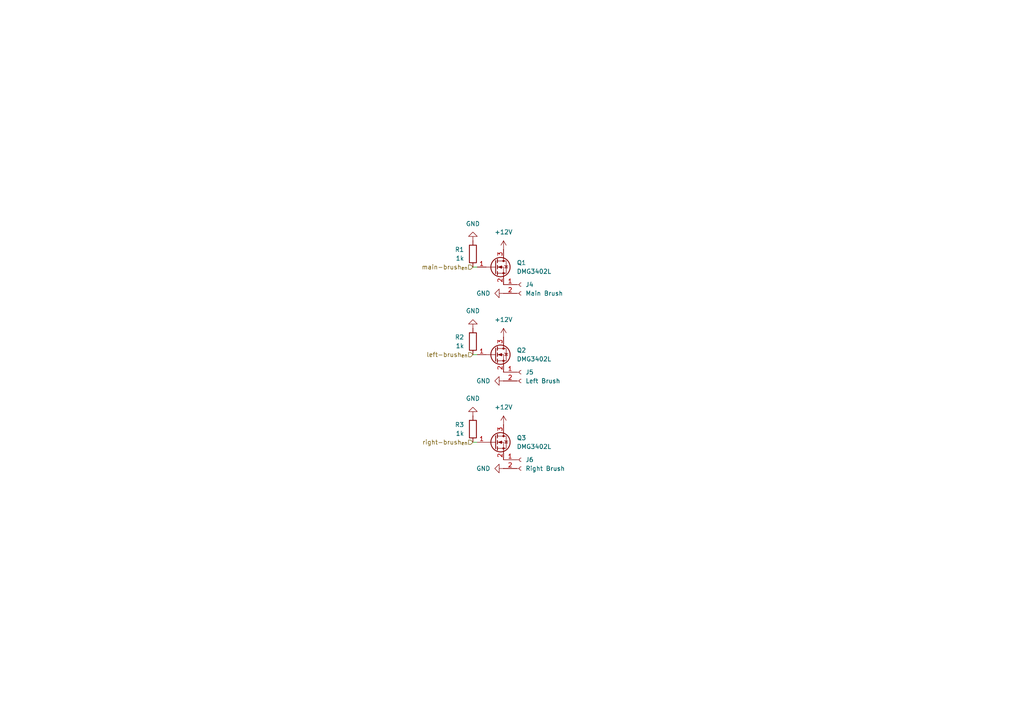
<source format=kicad_sch>
(kicad_sch (version 20231120) (generator "eeschema") (generator_version "8.0")
  (paper "A4")
  (title_block (title "DRV8212P Motor Driver Development Board") (date "2024-08-19") (rev "v0.2") (company "Karl Wünsche"))
  (lib_symbols
    (symbol "Connector:Conn_01x02_Socket" (pin_names (offset 1.016) hide)
      (property "Reference" "J" (at 0 2.54 0))
      (property "Value" "Conn_01x02_Socket" (at 0 -5.08 0))
      (symbol "Conn_01x02_Socket_1_1"
        (arc (start 0 -2.032) (mid -0.5058 -2.54) (end 0 -3.048) (stroke (width 0.1524)))
        (polyline (pts (xy -1.27 -2.54) (xy -0.508 -2.54)) (stroke (width 0.1524)))
        (polyline (pts (xy -1.27 0) (xy -0.508 0)) (stroke (width 0.1524)))
        (arc (start 0 0.508) (mid -0.5058 0) (end 0 -0.508) (stroke (width 0.1524)))
        (pin passive line (at -5.08 0 0) (length 3.81) (name "Pin_1") (number "1"))
        (pin passive line (at -5.08 -2.54 0) (length 3.81) (name "Pin_2") (number "2"))
      )
    )
    (symbol "Device:R" (pin_numbers hide) (pin_names (offset 0))
      (property "Reference" "R" (at 2.032 0 90))
      (property "Value" "R" (at 0 0 90))
      (symbol "R_0_1"
        (rectangle (start -1.016 -2.54) (end 1.016 2.54) (stroke (width 0.254)))
      )
      (symbol "R_1_1"
        (pin passive line (at 0 3.81 270) (length 1.27) (name "~") (number "1"))
        (pin passive line (at 0 -3.81 90) (length 1.27) (name "~") (number "2"))
      )
    )
    (symbol "Transistor_FET:DMG3402L" (pin_names hide)
      (property "Reference" "Q" (at 5.08 1.905 0))
      (property "Value" "DMG3402L" (at 5.08 0 0))
      (symbol "DMG3402L_0_1"
        (polyline (pts (xy 0.254 0) (xy -2.54 0)))
        (polyline (pts (xy 0.254 1.905) (xy 0.254 -1.905)) (stroke (width 0.254)))
        (polyline (pts (xy 0.762 -1.27) (xy 0.762 -2.286)) (stroke (width 0.254)))
        (polyline (pts (xy 0.762 0.508) (xy 0.762 -0.508)) (stroke (width 0.254)))
        (polyline (pts (xy 0.762 2.286) (xy 0.762 1.27)) (stroke (width 0.254)))
        (polyline (pts (xy 2.54 2.54) (xy 2.54 1.778)))
        (polyline (pts (xy 2.54 -2.54) (xy 2.54 0) (xy 0.762 0)))
        (polyline (pts (xy 0.762 -1.778) (xy 3.302 -1.778) (xy 3.302 1.778) (xy 0.762 1.778)))
        (polyline (pts (xy 1.016 0) (xy 2.032 0.381) (xy 2.032 -0.381) (xy 1.016 0)) (fill (type outline)))
        (polyline (pts (xy 2.794 0.508) (xy 2.921 0.381) (xy 3.683 0.381) (xy 3.81 0.254)))
        (polyline (pts (xy 3.302 0.381) (xy 2.921 -0.254) (xy 3.683 -0.254) (xy 3.302 0.381)))
        (circle (center 1.651 0) (radius 2.794) (stroke (width 0.254)))
        (circle (center 2.54 -1.778) (radius 0.254) (fill (type outline)))
        (circle (center 2.54 1.778) (radius 0.254) (fill (type outline)))
      )
      (symbol "DMG3402L_1_1"
        (pin input line (at -5.08 0 0) (length 2.54) (name "G") (number "1"))
        (pin passive line (at 2.54 -5.08 90) (length 2.54) (name "S") (number "2"))
        (pin passive line (at 2.54 5.08 270) (length 2.54) (name "D") (number "3"))
      )
    )
    (symbol "power:+12V" (power) (pin_numbers hide) (pin_names (offset 0) hide)
      (property "Value" "+12V" (at 0 3.556 0))
      (symbol "+12V_0_1"
        (polyline (pts (xy -0.762 1.27) (xy 0 2.54)))
        (polyline (pts (xy 0 0) (xy 0 2.54)))
        (polyline (pts (xy 0 2.54) (xy 0.762 1.27)))
      )
      (symbol "+12V_1_1"
        (pin power_in line (at 0 0 90) (length 0) (name "~") (number "1"))
      )
    )
    (symbol "power:GND" (power) (pin_numbers hide) (pin_names (offset 0) hide)
      (property "Value" "GND" (at 0 -3.81 0))
      (symbol "GND_0_1"
        (polyline (pts (xy 0 0) (xy 0 -1.27) (xy 1.27 -1.27) (xy 0 -2.54) (xy -1.27 -1.27) (xy 0 -1.27)))
      )
      (symbol "GND_1_1"
        (pin power_in line (at 0 0 270) (length 0) (name "~") (number "1"))
      )
    )
  )
  (wire (pts (xy 137.16 77.47) (xy 138.43 77.47)))
  (wire (pts (xy 137.16 128.27) (xy 138.43 128.27)))
  (wire (pts (xy 137.16 102.87) (xy 138.43 102.87)))
  (hierarchical_label "left-brush_{en}" (shape input) (at 137.16 102.87 180))
  (hierarchical_label "right-brush_{en}" (shape input) (at 137.16 128.27 180))
  (hierarchical_label "main-brush_{en}" (shape input) (at 137.16 77.47 180))
  (symbol (lib_id "Device:R") (at 137.16 73.66 0) (mirror x) (unit 1)
    (property "Reference" "R1" (at 134.62 72.3899 0) (effects (justify right)))
    (property "Value" "1k" (at 134.62 74.9299 0) (effects (justify right)))
    (property "Footprint" "Resistor_SMD:R_0603_1608Metric_Pad0.98x0.95mm_HandSolder" (effects (hide yes)))
    (property "Description" "Resistor" (effects (hide yes)))
  )
  (symbol (lib_id "Connector:Conn_01x02_Socket") (at 151.13 133.35 0) (unit 1)
    (property "Reference" "J6" (at 152.4 133.3499 0) (effects (justify left)))
    (property "Value" "Right Brush" (at 152.4 135.8899 0) (effects (justify left)))
    (property "Footprint" "Connector_JST:JST_PH_B2B-PH-K_1x02_P2.00mm_Vertical" (effects (hide yes)))
    (property "Description" "Generic connector, single row, 01x02, script generated" (effects (hide yes)))
  )
  (symbol (lib_id "Transistor_FET:DMG3402L") (at 143.51 102.87 0) (unit 1)
    (property "Reference" "Q2" (at 149.86 101.5999 0) (effects (justify left)))
    (property "Value" "DMG3402L" (at 149.86 104.1399 0) (effects (justify left)))
    (property "Footprint" "Package_TO_SOT_SMD:SOT-23" (effects (hide yes)))
    (property "Datasheet" "http://www.diodes.com/assets/Datasheets/DMG3402L.pdf" (effects (hide yes)))
    (property "Description" "4A Id, 30V Vds, N-Channel MOSFET, SOT-23" (effects (hide yes)))
  )
  (symbol (lib_id "power:+12V") (at 146.05 72.39 0) (unit 1)
    (property "Reference" "#PWR017" (effects (hide yes)))
    (property "Value" "+12V" (at 146.05 67.31 0))
    (property "Description" "Power symbol creates a global label with name \"+12V\"" (effects (hide yes)))
  )
  (symbol (lib_id "power:GND") (at 146.05 110.49 270) (unit 1)
    (property "Reference" "#PWR019" (effects (hide yes)))
    (property "Value" "GND" (at 142.24 110.4899 90) (effects (justify right)))
    (property "Description" "Power symbol creates a global label with name \"GND\" , ground" (effects (hide yes)))
  )
  (symbol (lib_id "power:GND") (at 137.16 120.65 180) (unit 1)
    (property "Reference" "#PWR023" (effects (hide yes)))
    (property "Value" "GND" (at 137.16 115.57 0))
    (property "Description" "Power symbol creates a global label with name \"GND\" , ground" (effects (hide yes)))
  )
  (symbol (lib_id "power:GND") (at 137.16 69.85 180) (unit 1)
    (property "Reference" "#PWR021" (effects (hide yes)))
    (property "Value" "GND" (at 137.16 64.9156 0))
    (property "Description" "Power symbol creates a global label with name \"GND\" , ground" (effects (hide yes)))
  )
  (symbol (lib_id "power:+12V") (at 146.05 97.79 0) (unit 1)
    (property "Reference" "#PWR016" (effects (hide yes)))
    (property "Value" "+12V" (at 146.05 92.71 0))
    (property "Description" "Power symbol creates a global label with name \"+12V\"" (effects (hide yes)))
  )
  (symbol (lib_id "power:GND") (at 137.16 95.25 180) (unit 1)
    (property "Reference" "#PWR022" (effects (hide yes)))
    (property "Value" "GND" (at 137.16 90.17 0))
    (property "Description" "Power symbol creates a global label with name \"GND\" , ground" (effects (hide yes)))
  )
  (symbol (lib_id "power:GND") (at 146.05 85.09 270) (unit 1)
    (property "Reference" "#PWR018" (effects (hide yes)))
    (property "Value" "GND" (at 142.24 85.0899 90) (effects (justify right)))
    (property "Description" "Power symbol creates a global label with name \"GND\" , ground" (effects (hide yes)))
  )
  (symbol (lib_id "Device:R") (at 137.16 124.46 0) (mirror x) (unit 1)
    (property "Reference" "R3" (at 134.62 123.1899 0) (effects (justify right)))
    (property "Value" "1k" (at 134.62 125.7299 0) (effects (justify right)))
    (property "Footprint" "Resistor_SMD:R_0603_1608Metric_Pad0.98x0.95mm_HandSolder" (effects (hide yes)))
    (property "Description" "Resistor" (effects (hide yes)))
  )
  (symbol (lib_id "Transistor_FET:DMG3402L") (at 143.51 77.47 0) (unit 1)
    (property "Reference" "Q1" (at 149.86 76.1999 0) (effects (justify left)))
    (property "Value" "DMG3402L" (at 149.86 78.7399 0) (effects (justify left)))
    (property "Footprint" "Package_TO_SOT_SMD:SOT-23" (effects (hide yes)))
    (property "Datasheet" "http://www.diodes.com/assets/Datasheets/DMG3402L.pdf" (effects (hide yes)))
    (property "Description" "4A Id, 30V Vds, N-Channel MOSFET, SOT-23" (effects (hide yes)))
  )
  (symbol (lib_id "power:+12V") (at 146.05 123.19 0) (unit 1)
    (property "Reference" "#PWR015" (effects (hide yes)))
    (property "Value" "+12V" (at 146.05 118.11 0))
    (property "Description" "Power symbol creates a global label with name \"+12V\"" (effects (hide yes)))
  )
  (symbol (lib_id "power:GND") (at 146.05 135.89 270) (unit 1)
    (property "Reference" "#PWR020" (effects (hide yes)))
    (property "Value" "GND" (at 142.24 135.8899 90) (effects (justify right)))
    (property "Description" "Power symbol creates a global label with name \"GND\" , ground" (effects (hide yes)))
  )
  (symbol (lib_id "Connector:Conn_01x02_Socket") (at 151.13 107.95 0) (unit 1)
    (property "Reference" "J5" (at 152.4 107.9499 0) (effects (justify left)))
    (property "Value" "Left Brush" (at 152.4 110.4899 0) (effects (justify left)))
    (property "Footprint" "Connector_JST:JST_PH_B2B-PH-K_1x02_P2.00mm_Vertical" (effects (hide yes)))
    (property "Description" "Generic connector, single row, 01x02, script generated" (effects (hide yes)))
  )
  (symbol (lib_id "Transistor_FET:DMG3402L") (at 143.51 128.27 0) (unit 1)
    (property "Reference" "Q3" (at 149.86 126.9999 0) (effects (justify left)))
    (property "Value" "DMG3402L" (at 149.86 129.5399 0) (effects (justify left)))
    (property "Footprint" "Package_TO_SOT_SMD:SOT-23" (effects (hide yes)))
    (property "Datasheet" "http://www.diodes.com/assets/Datasheets/DMG3402L.pdf" (effects (hide yes)))
    (property "Description" "4A Id, 30V Vds, N-Channel MOSFET, SOT-23" (effects (hide yes)))
  )
  (symbol (lib_id "Connector:Conn_01x02_Socket") (at 151.13 82.55 0) (unit 1)
    (property "Reference" "J4" (at 152.4 82.5499 0) (effects (justify left)))
    (property "Value" "Main Brush" (at 152.4 85.0899 0) (effects (justify left)))
    (property "Footprint" "Connector_JST:JST_PH_B2B-PH-K_1x02_P2.00mm_Vertical" (effects (hide yes)))
    (property "Description" "Generic connector, single row, 01x02, script generated" (effects (hide yes)))
  )
  (symbol (lib_id "Device:R") (at 137.16 99.06 0) (mirror x) (unit 1)
    (property "Reference" "R2" (at 134.62 97.7899 0) (effects (justify right)))
    (property "Value" "1k" (at 134.62 100.3299 0) (effects (justify right)))
    (property "Footprint" "Resistor_SMD:R_0603_1608Metric_Pad0.98x0.95mm_HandSolder" (effects (hide yes)))
    (property "Description" "Resistor" (effects (hide yes)))
  )
)
</source>
